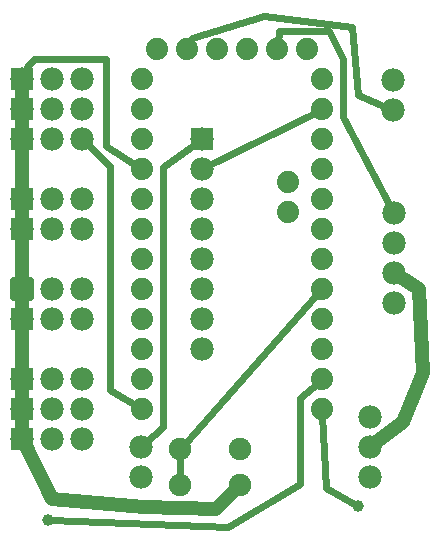
<source format=gbl>
G04 MADE WITH FRITZING*
G04 WWW.FRITZING.ORG*
G04 DOUBLE SIDED*
G04 HOLES PLATED*
G04 CONTOUR ON CENTER OF CONTOUR VECTOR*
%ASAXBY*%
%FSLAX23Y23*%
%MOIN*%
%OFA0B0*%
%SFA1.0B1.0*%
%ADD10C,0.074000*%
%ADD11C,0.078000*%
%ADD12C,0.075000*%
%ADD13C,0.039370*%
%ADD14R,0.078000X0.078000*%
%ADD15C,0.048000*%
%ADD16C,0.024000*%
%ADD17C,0.020000*%
%LNCOPPER0*%
G90*
G70*
G54D10*
X1081Y1696D03*
X981Y1696D03*
X881Y1696D03*
X781Y1696D03*
X681Y1696D03*
X581Y1696D03*
X1131Y1596D03*
X1131Y1496D03*
X1131Y1396D03*
X1131Y1296D03*
X1131Y1196D03*
X1016Y1251D03*
X1016Y1151D03*
X1131Y1096D03*
X1131Y996D03*
X1131Y896D03*
X1131Y796D03*
X1131Y696D03*
X1131Y596D03*
X1131Y496D03*
X531Y496D03*
X531Y596D03*
X531Y696D03*
X531Y796D03*
X531Y896D03*
X531Y996D03*
X531Y1096D03*
X531Y1196D03*
X531Y1296D03*
X531Y1396D03*
X531Y1496D03*
X531Y1596D03*
G54D11*
X131Y396D03*
X231Y396D03*
X331Y396D03*
X131Y496D03*
X231Y496D03*
X331Y496D03*
X131Y796D03*
X231Y796D03*
X331Y796D03*
X131Y896D03*
X231Y896D03*
X331Y896D03*
X131Y1096D03*
X231Y1096D03*
X331Y1096D03*
X131Y1496D03*
X231Y1496D03*
X331Y1496D03*
X131Y1396D03*
X231Y1396D03*
X331Y1396D03*
X131Y1596D03*
X231Y1596D03*
X331Y1596D03*
X131Y596D03*
X231Y596D03*
X331Y596D03*
X131Y1196D03*
X231Y1196D03*
X331Y1196D03*
G54D12*
X857Y361D03*
X657Y361D03*
X857Y243D03*
X657Y243D03*
G54D11*
X1371Y849D03*
X1371Y949D03*
X1371Y1049D03*
X1371Y1149D03*
X1291Y470D03*
X1291Y370D03*
X1291Y270D03*
X1368Y1592D03*
X1368Y1492D03*
X527Y368D03*
X527Y268D03*
X731Y1396D03*
X731Y1296D03*
X731Y1196D03*
X731Y1096D03*
X731Y996D03*
X731Y896D03*
X731Y796D03*
X731Y696D03*
G54D13*
X218Y125D03*
X1250Y173D03*
G54D14*
X131Y396D03*
X131Y496D03*
X131Y796D03*
X131Y1096D03*
X131Y1496D03*
X131Y1396D03*
X131Y1596D03*
X131Y596D03*
X131Y1196D03*
X731Y1396D03*
G54D15*
X537Y168D02*
X778Y163D01*
D02*
X778Y163D02*
X845Y230D01*
D02*
X232Y196D02*
X537Y168D01*
D02*
X139Y379D02*
X232Y196D01*
G54D16*
D02*
X657Y343D02*
X657Y260D01*
D02*
X668Y374D02*
X1118Y881D01*
G54D15*
D02*
X131Y477D02*
X131Y415D01*
D02*
X131Y577D02*
X131Y415D01*
D02*
X131Y615D02*
X131Y777D01*
D02*
X131Y877D02*
X131Y815D01*
D02*
X131Y1077D02*
X131Y915D01*
D02*
X131Y1177D02*
X131Y1115D01*
D02*
X131Y1377D02*
X131Y1215D01*
D02*
X131Y1415D02*
X131Y1477D01*
D02*
X131Y1577D02*
X131Y1515D01*
G54D16*
D02*
X345Y1383D02*
X423Y1307D01*
D02*
X423Y1307D02*
X423Y559D01*
D02*
X423Y559D02*
X514Y507D01*
D02*
X1113Y1487D02*
X748Y1305D01*
G54D15*
D02*
X1466Y617D02*
X1455Y897D01*
D02*
X1455Y897D02*
X1387Y939D01*
D02*
X1399Y452D02*
X1466Y617D01*
D02*
X1306Y381D02*
X1399Y452D01*
G54D16*
D02*
X983Y1716D02*
X986Y1757D01*
D02*
X986Y1757D02*
X1154Y1757D01*
D02*
X1154Y1757D02*
X1202Y1661D01*
D02*
X1202Y1661D02*
X1202Y1469D01*
D02*
X1202Y1469D02*
X1362Y1166D01*
D02*
X541Y381D02*
X602Y437D01*
D02*
X602Y437D02*
X602Y1301D01*
D02*
X602Y1301D02*
X716Y1385D01*
D02*
X1116Y583D02*
X1058Y533D01*
D02*
X1058Y533D02*
X1058Y245D01*
D02*
X1058Y245D02*
X818Y101D01*
D02*
X818Y101D02*
X226Y125D01*
D02*
X1132Y476D02*
X1143Y234D01*
D02*
X1143Y234D02*
X1243Y177D01*
D02*
X1350Y1500D02*
X1250Y1541D01*
D02*
X1250Y1541D02*
X1231Y1770D01*
D02*
X1231Y1770D02*
X938Y1805D01*
D02*
X938Y1805D02*
X698Y1733D01*
D02*
X698Y1733D02*
X689Y1714D01*
D02*
X138Y1614D02*
X146Y1637D01*
D02*
X146Y1637D02*
X170Y1661D01*
D02*
X170Y1661D02*
X410Y1661D01*
D02*
X410Y1661D02*
X410Y1373D01*
D02*
X410Y1373D02*
X514Y1307D01*
G54D17*
X102Y925D02*
X160Y925D01*
X160Y867D01*
X102Y867D01*
X102Y925D01*
D02*
G04 End of Copper0*
M02*
</source>
